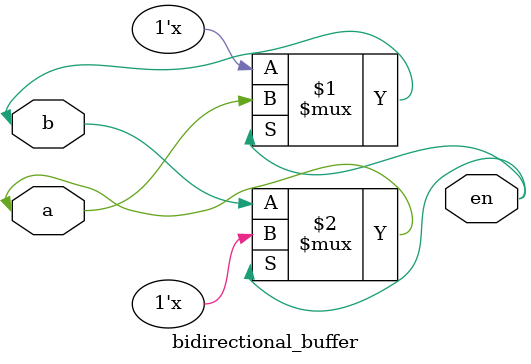
<source format=v>
module bidirectional_buffer(a, b, en);

inout a, b;
output en;
bufif1 b1(b, a, en);
bufif0 b2(a, b, en);

endmodule 


</source>
